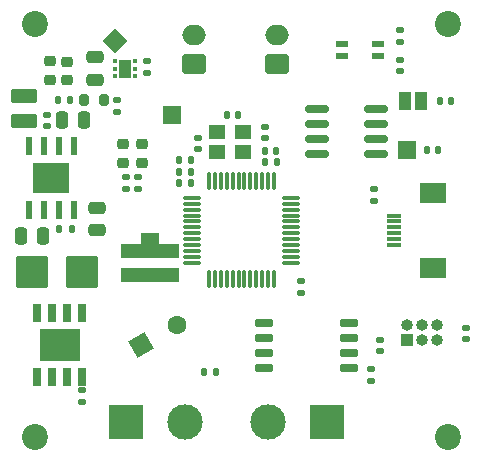
<source format=gbr>
%TF.GenerationSoftware,KiCad,Pcbnew,8.0.4*%
%TF.CreationDate,2024-12-15T23:05:05+02:00*%
%TF.ProjectId,Little Boy - External,4c697474-6c65-4204-926f-79202d204578,rev?*%
%TF.SameCoordinates,Original*%
%TF.FileFunction,Soldermask,Top*%
%TF.FilePolarity,Negative*%
%FSLAX46Y46*%
G04 Gerber Fmt 4.6, Leading zero omitted, Abs format (unit mm)*
G04 Created by KiCad (PCBNEW 8.0.4) date 2024-12-15 23:05:05*
%MOMM*%
%LPD*%
G01*
G04 APERTURE LIST*
G04 Aperture macros list*
%AMRoundRect*
0 Rectangle with rounded corners*
0 $1 Rounding radius*
0 $2 $3 $4 $5 $6 $7 $8 $9 X,Y pos of 4 corners*
0 Add a 4 corners polygon primitive as box body*
4,1,4,$2,$3,$4,$5,$6,$7,$8,$9,$2,$3,0*
0 Add four circle primitives for the rounded corners*
1,1,$1+$1,$2,$3*
1,1,$1+$1,$4,$5*
1,1,$1+$1,$6,$7*
1,1,$1+$1,$8,$9*
0 Add four rect primitives between the rounded corners*
20,1,$1+$1,$2,$3,$4,$5,0*
20,1,$1+$1,$4,$5,$6,$7,0*
20,1,$1+$1,$6,$7,$8,$9,0*
20,1,$1+$1,$8,$9,$2,$3,0*%
%AMRotRect*
0 Rectangle, with rotation*
0 The origin of the aperture is its center*
0 $1 length*
0 $2 width*
0 $3 Rotation angle, in degrees counterclockwise*
0 Add horizontal line*
21,1,$1,$2,0,0,$3*%
G04 Aperture macros list end*
%ADD10R,3.100000X2.600000*%
%ADD11R,0.600000X1.550000*%
%ADD12RoundRect,0.250000X0.850000X-0.375000X0.850000X0.375000X-0.850000X0.375000X-0.850000X-0.375000X0*%
%ADD13RoundRect,0.135000X0.135000X0.185000X-0.135000X0.185000X-0.135000X-0.185000X0.135000X-0.185000X0*%
%ADD14RoundRect,0.140000X-0.140000X-0.170000X0.140000X-0.170000X0.140000X0.170000X-0.140000X0.170000X0*%
%ADD15RoundRect,0.218750X-0.256250X0.218750X-0.256250X-0.218750X0.256250X-0.218750X0.256250X0.218750X0*%
%ADD16RoundRect,0.250000X-1.125000X-1.125000X1.125000X-1.125000X1.125000X1.125000X-1.125000X1.125000X0*%
%ADD17RoundRect,0.135000X0.185000X-0.135000X0.185000X0.135000X-0.185000X0.135000X-0.185000X-0.135000X0*%
%ADD18RoundRect,0.140000X0.140000X0.170000X-0.140000X0.170000X-0.140000X-0.170000X0.140000X-0.170000X0*%
%ADD19RoundRect,0.150000X0.650000X0.150000X-0.650000X0.150000X-0.650000X-0.150000X0.650000X-0.150000X0*%
%ADD20C,2.200000*%
%ADD21R,1.500000X1.500000*%
%ADD22RoundRect,0.250000X0.475000X-0.250000X0.475000X0.250000X-0.475000X0.250000X-0.475000X-0.250000X0*%
%ADD23R,1.400000X1.200000*%
%ADD24RoundRect,0.135000X-0.135000X-0.185000X0.135000X-0.185000X0.135000X0.185000X-0.135000X0.185000X0*%
%ADD25RoundRect,0.250000X0.250000X0.475000X-0.250000X0.475000X-0.250000X-0.475000X0.250000X-0.475000X0*%
%ADD26RoundRect,0.140000X-0.170000X0.140000X-0.170000X-0.140000X0.170000X-0.140000X0.170000X0.140000X0*%
%ADD27RotRect,1.600000X1.600000X30.000000*%
%ADD28C,1.600000*%
%ADD29RoundRect,0.225000X-0.250000X0.225000X-0.250000X-0.225000X0.250000X-0.225000X0.250000X0.225000X0*%
%ADD30RoundRect,0.093750X0.093750X0.106250X-0.093750X0.106250X-0.093750X-0.106250X0.093750X-0.106250X0*%
%ADD31R,1.000000X1.600000*%
%ADD32R,3.000000X3.000000*%
%ADD33C,3.000000*%
%ADD34RoundRect,0.150000X-0.825000X-0.150000X0.825000X-0.150000X0.825000X0.150000X-0.825000X0.150000X0*%
%ADD35R,0.650000X1.525000*%
%ADD36R,3.400000X2.710000*%
%ADD37RotRect,1.500000X1.500000X315.000000*%
%ADD38RoundRect,0.140000X0.170000X-0.140000X0.170000X0.140000X-0.170000X0.140000X-0.170000X-0.140000X0*%
%ADD39R,1.000000X1.000000*%
%ADD40O,1.000000X1.000000*%
%ADD41RoundRect,0.250000X0.750000X-0.600000X0.750000X0.600000X-0.750000X0.600000X-0.750000X-0.600000X0*%
%ADD42O,2.000000X1.700000*%
%ADD43R,5.000000X1.300000*%
%ADD44R,1.000000X1.500000*%
%ADD45RoundRect,0.147500X-0.172500X0.147500X-0.172500X-0.147500X0.172500X-0.147500X0.172500X0.147500X0*%
%ADD46R,1.300000X0.300000*%
%ADD47R,2.200000X1.800000*%
%ADD48RoundRect,0.075000X-0.075000X0.662500X-0.075000X-0.662500X0.075000X-0.662500X0.075000X0.662500X0*%
%ADD49RoundRect,0.075000X-0.662500X0.075000X-0.662500X-0.075000X0.662500X-0.075000X0.662500X0.075000X0*%
%ADD50RoundRect,0.250000X-0.250000X-0.475000X0.250000X-0.475000X0.250000X0.475000X-0.250000X0.475000X0*%
%ADD51RoundRect,0.200000X0.200000X0.275000X-0.200000X0.275000X-0.200000X-0.275000X0.200000X-0.275000X0*%
%ADD52R,1.050000X0.600000*%
G04 APERTURE END LIST*
D10*
%TO.C,U2*%
X126900000Y-58600000D03*
D11*
X124994999Y-61300001D03*
X126265000Y-61300000D03*
X127535000Y-61300000D03*
X128805000Y-61299999D03*
X128805001Y-55899999D03*
X127535000Y-55900000D03*
X126265000Y-55900000D03*
X124995000Y-55900001D03*
%TD*%
D12*
%TO.C,L2*%
X124624999Y-53775000D03*
X124625001Y-51625000D03*
%TD*%
D13*
%TO.C,R5*%
X128510001Y-51950000D03*
X127490001Y-51949998D03*
%TD*%
D14*
%TO.C,C2*%
X145000000Y-56250000D03*
X145960000Y-56250000D03*
%TD*%
D15*
%TO.C,D1*%
X134549999Y-55712498D03*
X134550001Y-57287502D03*
%TD*%
D16*
%TO.C,J11*%
X129500000Y-66500000D03*
%TD*%
D17*
%TO.C,R7*%
X132499999Y-52950000D03*
X132500001Y-51930000D03*
%TD*%
D18*
%TO.C,C6*%
X138709999Y-58029998D03*
X137749999Y-58029998D03*
%TD*%
%TO.C,C13*%
X140819411Y-75000000D03*
X139859411Y-75000000D03*
%TD*%
D19*
%TO.C,U6*%
X152099998Y-74655000D03*
X152100000Y-73385000D03*
X152100000Y-72115000D03*
X152100001Y-70845001D03*
X144900002Y-70845000D03*
X144900000Y-72115000D03*
X144900000Y-73385000D03*
X144899999Y-74654999D03*
%TD*%
D20*
%TO.C,H12*%
X160500000Y-45500000D03*
%TD*%
D21*
%TO.C,J1*%
X137100000Y-53200000D03*
%TD*%
D22*
%TO.C,C21*%
X130637497Y-50259178D03*
X130637497Y-48359178D03*
%TD*%
D23*
%TO.C,Y1*%
X140900000Y-56350000D03*
X143100001Y-56349999D03*
X143100000Y-54650000D03*
X140899999Y-54650001D03*
%TD*%
D24*
%TO.C,R12*%
X127590000Y-62850000D03*
X128610000Y-62850000D03*
%TD*%
D25*
%TO.C,C15*%
X126200000Y-63449999D03*
X124300000Y-63449999D03*
%TD*%
D20*
%TO.C,H3*%
X125500000Y-45500000D03*
%TD*%
D26*
%TO.C,C25*%
X154750000Y-72270000D03*
X154750000Y-73230000D03*
%TD*%
D27*
%TO.C,C8*%
X134468912Y-72749999D03*
D28*
X137500000Y-71000000D03*
%TD*%
D18*
%TO.C,C7*%
X138709997Y-57029997D03*
X137749997Y-57029997D03*
%TD*%
D21*
%TO.C,J2*%
X157000447Y-56207499D03*
%TD*%
D29*
%TO.C,C20*%
X126749999Y-48699998D03*
X126749999Y-50250000D03*
%TD*%
D30*
%TO.C,U4*%
X134025001Y-49959177D03*
X134025001Y-49309177D03*
X134025001Y-48659177D03*
X132250001Y-48659177D03*
X132250001Y-49309177D03*
X132250001Y-49959177D03*
D31*
X133137501Y-49309177D03*
%TD*%
D32*
%TO.C,J9*%
X150249999Y-79250002D03*
D33*
X145249999Y-79250002D03*
%TD*%
D34*
%TO.C,U3*%
X149425001Y-52744999D03*
X149425000Y-54015000D03*
X149425000Y-55285000D03*
X149425002Y-56555002D03*
X154374999Y-56555001D03*
X154375000Y-55285000D03*
X154375000Y-54015000D03*
X154374998Y-52744998D03*
%TD*%
D29*
%TO.C,C19*%
X128250000Y-48724999D03*
X128250000Y-50275001D03*
%TD*%
D35*
%TO.C,U7*%
X125690002Y-75424002D03*
X126960001Y-75424001D03*
X128230001Y-75424001D03*
X129500003Y-75424002D03*
X129500000Y-70000000D03*
X128230001Y-70000001D03*
X126960001Y-70000001D03*
X125689999Y-70000000D03*
D36*
X127595001Y-72712001D03*
%TD*%
D17*
%TO.C,R11*%
X153999999Y-75760000D03*
X154000001Y-74740000D03*
%TD*%
D37*
%TO.C,J12*%
X132250000Y-47000000D03*
%TD*%
D15*
%TO.C,D2*%
X132949999Y-55712495D03*
X132950001Y-57287499D03*
%TD*%
D38*
%TO.C,C27*%
X156400000Y-49508237D03*
X156400000Y-48548237D03*
%TD*%
D39*
%TO.C,SWD*%
X156979999Y-72250000D03*
D40*
X156979999Y-70979999D03*
X158250000Y-72250000D03*
X158249999Y-70980002D03*
X159520000Y-72250001D03*
X159519998Y-70980000D03*
%TD*%
D32*
%TO.C,J8*%
X133250000Y-79250000D03*
D33*
X138250000Y-79250000D03*
%TD*%
D41*
%TO.C,J13*%
X138972499Y-48955001D03*
D42*
X138972500Y-46455001D03*
%TD*%
D18*
%TO.C,C5*%
X138710000Y-59000000D03*
X137750000Y-59000000D03*
%TD*%
D16*
%TO.C,J10*%
X125250000Y-66500000D03*
%TD*%
D41*
%TO.C,J14*%
X145972498Y-48955001D03*
D42*
X145972497Y-46455001D03*
%TD*%
D38*
%TO.C,C9*%
X154250000Y-60480000D03*
X154250000Y-59520000D03*
%TD*%
D21*
%TO.C,J17*%
X135250000Y-64000000D03*
%TD*%
D43*
%TO.C,R4*%
X135250000Y-64725001D03*
X135250002Y-66774999D03*
%TD*%
D20*
%TO.C,H2*%
X160500000Y-80500000D03*
%TD*%
D17*
%TO.C,R2*%
X134249999Y-59509998D03*
X134250001Y-58489998D03*
%TD*%
D38*
%TO.C,C22*%
X134999997Y-49659179D03*
X134999997Y-48699179D03*
%TD*%
D14*
%TO.C,C4*%
X145020000Y-57250000D03*
X145980000Y-57250000D03*
%TD*%
D44*
%TO.C,JP1*%
X158170448Y-52080002D03*
X156870448Y-52080002D03*
%TD*%
D38*
%TO.C,C26*%
X156400003Y-47028237D03*
X156400003Y-46068237D03*
%TD*%
%TO.C,C12*%
X129500000Y-77500000D03*
X129500000Y-76540000D03*
%TD*%
D14*
%TO.C,C17*%
X158720448Y-56157502D03*
X159680448Y-56157502D03*
%TD*%
D45*
%TO.C,L1*%
X145000000Y-54250000D03*
X145000000Y-55219996D03*
%TD*%
D14*
%TO.C,R8*%
X159790449Y-52080002D03*
X160750449Y-52080002D03*
%TD*%
D38*
%TO.C,C10*%
X162004999Y-72210000D03*
X162004999Y-71250000D03*
%TD*%
D46*
%TO.C,J5*%
X155950000Y-64250000D03*
X155950001Y-63750000D03*
X155949998Y-63249999D03*
X155950000Y-62750001D03*
X155949999Y-62249999D03*
X155950000Y-61750000D03*
D47*
X159200000Y-66150000D03*
X159200002Y-59849999D03*
%TD*%
D38*
%TO.C,C18*%
X126500000Y-54180001D03*
X126500000Y-53220001D03*
%TD*%
D17*
%TO.C,R1*%
X148049999Y-68310000D03*
X148050001Y-67290000D03*
%TD*%
D48*
%TO.C,U1*%
X145749999Y-58837499D03*
X145249999Y-58837500D03*
X144749997Y-58837498D03*
X144250002Y-58837501D03*
X143750000Y-58837500D03*
X143249999Y-58837498D03*
X142750000Y-58837500D03*
X142250000Y-58837500D03*
X141750000Y-58837502D03*
X141250000Y-58837501D03*
X140750000Y-58837502D03*
X140250001Y-58837499D03*
D49*
X138837499Y-60250001D03*
X138837500Y-60750001D03*
X138837498Y-61250003D03*
X138837501Y-61749998D03*
X138837500Y-62250000D03*
X138837498Y-62750001D03*
X138837500Y-63250000D03*
X138837500Y-63750000D03*
X138837502Y-64250000D03*
X138837501Y-64750000D03*
X138837502Y-65250000D03*
X138837499Y-65749999D03*
D48*
X140250001Y-67162501D03*
X140750001Y-67162500D03*
X141250003Y-67162502D03*
X141749998Y-67162499D03*
X142250000Y-67162500D03*
X142750001Y-67162502D03*
X143250000Y-67162500D03*
X143750000Y-67162500D03*
X144250000Y-67162498D03*
X144750000Y-67162499D03*
X145250000Y-67162498D03*
X145749999Y-67162501D03*
D49*
X147162501Y-65749999D03*
X147162500Y-65249999D03*
X147162502Y-64749997D03*
X147162499Y-64250002D03*
X147162500Y-63750000D03*
X147162502Y-63249999D03*
X147162500Y-62750000D03*
X147162500Y-62250000D03*
X147162498Y-61750000D03*
X147162499Y-61250000D03*
X147162498Y-60750000D03*
X147162501Y-60250001D03*
%TD*%
D17*
%TO.C,R3*%
X133249999Y-59509998D03*
X133250001Y-58489998D03*
%TD*%
D22*
%TO.C,C14*%
X130750000Y-63000000D03*
X130750000Y-61100000D03*
%TD*%
D50*
%TO.C,C16*%
X127800000Y-53700000D03*
X129700000Y-53700000D03*
%TD*%
D20*
%TO.C,H6*%
X125500000Y-80500000D03*
%TD*%
D18*
%TO.C,C1*%
X142710000Y-53250000D03*
X141750000Y-53250000D03*
%TD*%
D51*
%TO.C,R6*%
X131325000Y-51950000D03*
X129675000Y-51950000D03*
%TD*%
D52*
%TO.C,FL1*%
X151475000Y-47250000D03*
X151475000Y-48250000D03*
X154525000Y-48250000D03*
X154525000Y-47250000D03*
%TD*%
D38*
%TO.C,C3*%
X139350000Y-56130000D03*
X139350000Y-55170000D03*
%TD*%
M02*

</source>
